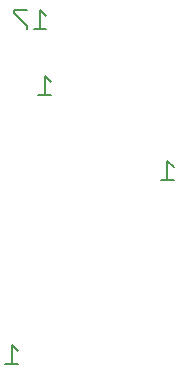
<source format=gbr>
G04 EAGLE Gerber RS-274X export*
G75*
%MOMM*%
%FSLAX34Y34*%
%LPD*%
%INSilkscreen Bottom*%
%IPPOS*%
%AMOC8*
5,1,8,0,0,1.08239X$1,22.5*%
G01*
%ADD10C,0.152400*%


D10*
X347238Y399609D02*
X341815Y405032D01*
X341815Y388762D01*
X347238Y388762D02*
X336391Y388762D01*
X479238Y555609D02*
X473815Y561032D01*
X473815Y544762D01*
X479238Y544762D02*
X468391Y544762D01*
X375238Y627609D02*
X369815Y633032D01*
X369815Y616762D01*
X375238Y616762D02*
X364391Y616762D01*
X371238Y683609D02*
X365815Y689032D01*
X365815Y672762D01*
X371238Y672762D02*
X360391Y672762D01*
X354866Y689032D02*
X344020Y689032D01*
X344020Y686320D01*
X354866Y675474D01*
X354866Y672762D01*
M02*

</source>
